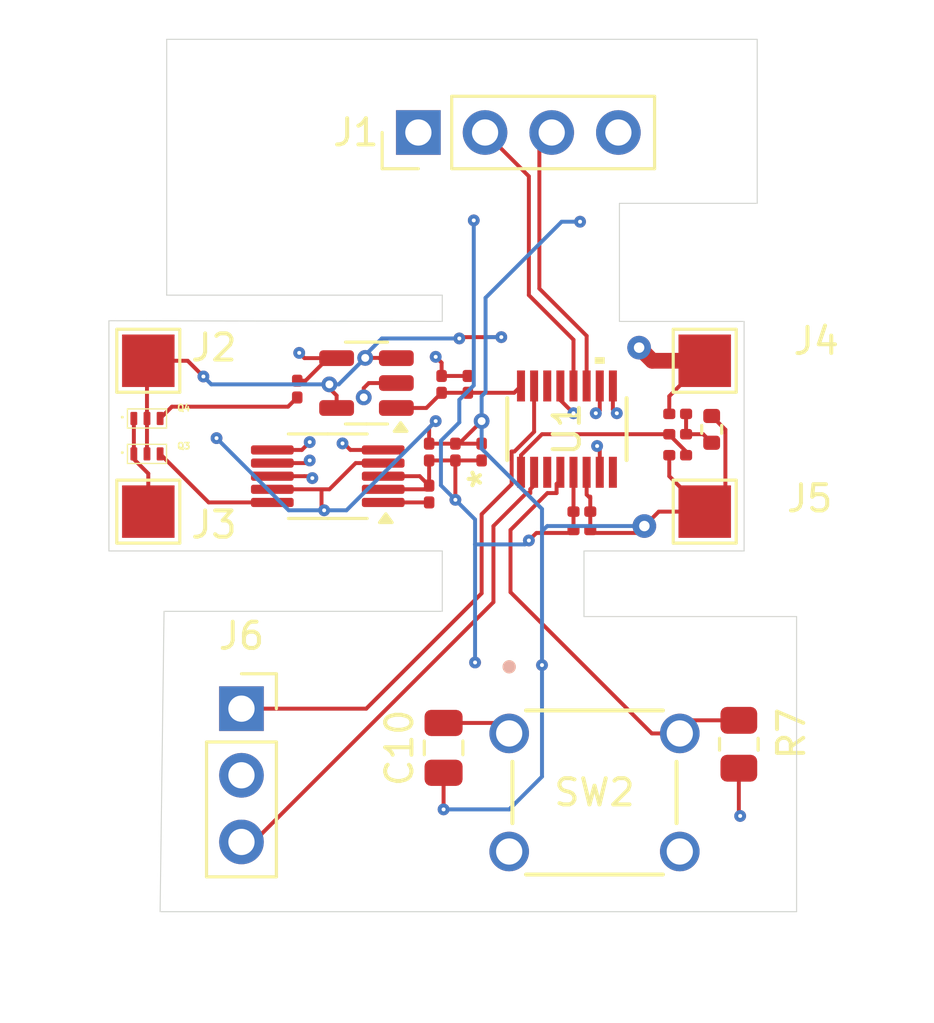
<source format=kicad_pcb>
(kicad_pcb (version 20241229) (generator "pcbnew") (generator_version "9.0")
  (layers (0 "F.Cu" signal "Front") (4 "In1.Cu" signal) (6 "In2.Cu" signal) (2 "B.Cu" signal "Back") (13 "F.Paste" user) (15 "B.Paste" user) (5 "F.SilkS" user "F.Silkscreen") (7 "B.SilkS" user "B.Silkscreen") (1 "F.Mask" user) (3 "B.Mask" user) (25 "Edge.Cuts" user))
  (net 0 "")
  (net 1 "Vss")
  (net 2 "Vdd")
  (net 3 "Net-(U2-COMP)")
  (net 4 "Temp Read")
  (net 5 "Net-(U3--)")
  (net 6 "Strain Read")
  (net 7 "Net-(C10-Pad2)")
  (net 8 "SWDIO")
  (net 9 "SWCLK")
  (net 10 "MFC IN")
  (net 11 "A4")
  (net 12 "A5")
  (net 13 "A3")
  (net 14 "Net-(R1-Pad2)")
  (net 15 "Charge Amp In")
  (net 16 "NRST")
  (net 17 "FMout")
  (net 18 "SDATA")
  (net 19 "FSYNC")
  (net 20 "SCLK")
  (net 21 "24MHzClockOut")
  (net 22 "PA23")
  (net 23 "Beep")
  (net 24 "PA2")
  (footprint "Capacitor_SMD:C_0201_0603Metric" (layer "F.Cu") (at 104.32 70)
    (property "Reference" "C1" (hide yes))
    (property "Value" "10u")
    (pad "1" smd roundrect (at -0.32 0) (size 0.46 0.4) (layers "F.Cu" "F.Mask") (net 2 "Vdd"))
    (pad "2" smd roundrect (at 0.32 0) (size 0.46 0.4) (layers "F.Cu" "F.Mask") (net 1 "Vss"))
  )
  (footprint "CSD18541F5 - n channel mosfet:DFN149X73X35-3N" (layer "F.Cu") (at 87.75 66.45)
    (property "Reference" "Q4" (at 1.4 -0.4 0) (layer "F.SilkS") (effects (font (size 0.240296 0.240296))))
    (property "Value" "CSD18541F5")
    (fp_line (start -0.745 -0.365) (end -0.745 0.365) (stroke (width 0.05)) (layer "F.SilkS"))
    (fp_line (start -0.745 0.365) (end 0.745 0.365) (stroke (width 0.05)) (layer "F.SilkS"))
    (fp_line (start 0.745 -0.365) (end -0.745 -0.365) (stroke (width 0.05)) (layer "F.SilkS"))
    (fp_line (start 0.745 0.365) (end 0.745 -0.365) (stroke (width 0.05)) (layer "F.SilkS"))
    (fp_circle (center -0.94 -0.05) (end -0.908378 -0.05) (stroke (width 0.05)) (fill no) (layer "F.SilkS"))
    (pad "1" smd roundrect (at -0.5 0) (size 0.26 0.5) (layers "F.Cu") (roundrect_rratio 0.15) (net 10 "MFC IN"))
    (pad "2" smd roundrect (at 0 0) (size 0.26 0.5) (layers "F.Cu") (roundrect_rratio 0.15) (net 1 "Vss"))
    (pad "3" smd roundrect (at 0.5 0) (size 0.26 0.5) (layers "F.Cu") (roundrect_rratio 0.15) (net 15 "Charge Amp In"))
  )
  (footprint "Capacitor_SMD:C_0201_0603Metric" (layer "F.Cu") (at 107.97 67.85)
    (property "Reference" "C8" (hide yes))
    (property "Value" "10u")
    (pad "1" smd roundrect (at -0.32 0) (size 0.46 0.4) (layers "F.Cu" "F.Mask") (net 1 "Vss"))
    (pad "2" smd roundrect (at 0.32 0) (size 0.46 0.4) (layers "F.Cu" "F.Mask") (net 4 "Temp Read"))
  )
  (footprint "TestPoint:TestPoint_Pad_2.0x2.0mm" (layer "F.Cu") (at 87.8 64.25)
    (property "Reference" "J2" (at 2.5 -0.5 0) (layer "F.SilkS"))
    (property "Value" "MFC GND")
    (fp_line (start -1.2 -1.2) (end 1.2 -1.2) (stroke (width 0.12)) (layer "F.SilkS"))
    (fp_line (start -1.2 1.2) (end -1.2 -1.2) (stroke (width 0.12)) (layer "F.SilkS"))
    (fp_line (start 1.2 -1.2) (end 1.2 1.2) (stroke (width 0.12)) (layer "F.SilkS"))
    (fp_line (start 1.2 1.2) (end -1.2 1.2) (stroke (width 0.12)) (layer "F.SilkS"))
    (pad "1" smd rect (at 0 0) (size 2 2) (layers "F.Cu" "F.Mask") (net 1 "Vss"))
  )
  (footprint "Capacitor_SMD:C_0201_0603Metric" (layer "F.Cu") (at 104.32 70.7)
    (property "Reference" "C2" (hide yes))
    (property "Value" "0.1u")
    (pad "1" smd roundrect (at -0.32 0) (size 0.46 0.4) (layers "F.Cu" "F.Mask") (net 2 "Vdd"))
    (pad "2" smd roundrect (at 0.32 0) (size 0.46 0.4) (layers "F.Cu" "F.Mask") (net 1 "Vss"))
  )
  (footprint "Resistor_SMD:R_0201_0603Metric" (layer "F.Cu") (at 107.97 67.05)
    (property "Reference" "R2" (hide yes))
    (property "Value" "10k")
    (pad "1" smd roundrect (at -0.32 0) (size 0.46 0.4) (layers "F.Cu" "F.Mask") (net 4 "Temp Read"))
    (pad "2" smd roundrect (at 0.32 0) (size 0.46 0.4) (layers "F.Cu" "F.Mask") (net 14 "Net-(R1-Pad2)"))
  )
  (footprint "TestPoint:TestPoint_Pad_2.0x2.0mm" (layer "F.Cu") (at 109 70)
    (property "Reference" "J5" (at 4 -0.5 0) (layer "F.SilkS"))
    (property "Value" "Power In (gnd)")
    (fp_line (start -1.2 -1.2) (end 1.2 -1.2) (stroke (width 0.12)) (layer "F.SilkS"))
    (fp_line (start -1.2 1.2) (end -1.2 -1.2) (stroke (width 0.12)) (layer "F.SilkS"))
    (fp_line (start 1.2 -1.2) (end 1.2 1.2) (stroke (width 0.12)) (layer "F.SilkS"))
    (fp_line (start 1.2 1.2) (end -1.2 1.2) (stroke (width 0.12)) (layer "F.SilkS"))
    (pad "1" smd rect (at 0 0) (size 2 2) (layers "F.Cu" "F.Mask") (net 1 "Vss"))
  )
  (footprint "Capacitor_SMD:C_0201_0603Metric" (layer "F.Cu") (at 99.5 67.73 -90)
    (property "Reference" "C6" (hide yes))
    (property "Value" "10u")
    (pad "1" smd roundrect (at -0.32 0 270) (size 0.46 0.4) (layers "F.Cu" "F.Mask") (net 1 "Vss"))
    (pad "2" smd roundrect (at 0.32 0 270) (size 0.46 0.4) (layers "F.Cu" "F.Mask") (net 2 "Vdd"))
  )
  (footprint "TestPoint:TestPoint_Pad_2.0x2.0mm" (layer "F.Cu") (at 109 64.25)
    (property "Reference" "J4" (at 4.25 -0.75 0) (layer "F.SilkS"))
    (property "Value" "Power In (v+)")
    (fp_line (start -1.2 -1.2) (end 1.2 -1.2) (stroke (width 0.12)) (layer "F.SilkS"))
    (fp_line (start -1.2 1.2) (end -1.2 -1.2) (stroke (width 0.12)) (layer "F.SilkS"))
    (fp_line (start 1.2 -1.2) (end 1.2 1.2) (stroke (width 0.12)) (layer "F.SilkS"))
    (fp_line (start 1.2 1.2) (end -1.2 1.2) (stroke (width 0.12)) (layer "F.SilkS"))
    (pad "1" smd rect (at 0 0) (size 2 2) (layers "F.Cu" "F.Mask") (net 2 "Vdd"))
  )
  (footprint "CSD18541F5 - n channel mosfet:DFN149X73X35-3N" (layer "F.Cu") (at 87.75 67.8)
    (property "Reference" "Q3" (at 1.4 -0.3 0) (layer "F.SilkS") (effects (font (size 0.240296 0.240296))))
    (property "Value" "CSD18541F5")
    (fp_line (start -0.745 -0.365) (end -0.745 0.365) (stroke (width 0.05)) (layer "F.SilkS"))
    (fp_line (start -0.745 0.365) (end 0.745 0.365) (stroke (width 0.05)) (layer "F.SilkS"))
    (fp_line (start 0.745 -0.365) (end -0.745 -0.365) (stroke (width 0.05)) (layer "F.SilkS"))
    (fp_line (start 0.745 0.365) (end 0.745 -0.365) (stroke (width 0.05)) (layer "F.SilkS"))
    (fp_circle (center -0.94 -0.05) (end -0.908378 -0.05) (stroke (width 0.05)) (fill no) (layer "F.SilkS"))
    (pad "1" smd roundrect (at -0.5 0) (size 0.26 0.5) (layers "F.Cu") (roundrect_rratio 0.15) (net 10 "MFC IN"))
    (pad "2" smd roundrect (at 0 0) (size 0.26 0.5) (layers "F.Cu") (roundrect_rratio 0.15) (net 1 "Vss"))
    (pad "3" smd roundrect (at 0.5 0) (size 0.26 0.5) (layers "F.Cu") (roundrect_rratio 0.15) (net 17 "FMout"))
  )
  (footprint "Resistor_SMD:R_0201_0603Metric" (layer "F.Cu") (at 98.975 65.15 -90)
    (property "Reference" "R4" (hide yes))
    (property "Value" "250M")
    (pad "1" smd roundrect (at -0.32 0 270) (size 0.46 0.4) (layers "F.Cu" "F.Mask") (net 5 "Net-(U3--)"))
    (pad "2" smd roundrect (at 0.32 0 270) (size 0.46 0.4) (layers "F.Cu" "F.Mask") (net 6 "Strain Read"))
  )
  (footprint "Resistor_SMD:R_0402_1005Metric" (layer "F.Cu") (at 109.265 66.865 -90)
    (property "Reference" "TH1" (hide yes))
    (property "Value" "100k")
    (fp_line (start -0.153641 0.38) (end 0.153641 0.38) (stroke (width 0.12)) (layer "F.SilkS"))
    (fp_line (start -0.153641 -0.38) (end 0.153641 -0.38) (stroke (width 0.12)) (layer "F.SilkS"))
    (pad "1" smd roundrect (at -0.51 0 270) (size 0.54 0.64) (layers "F.Cu" "F.Mask" "F.Paste") (net 1 "Vss"))
    (pad "2" smd roundrect (at 0.51 0 270) (size 0.54 0.64) (layers "F.Cu" "F.Mask" "F.Paste") (net 14 "Net-(R1-Pad2)"))
  )
  (footprint "Package_TO_SOT_SMD:SOT-23-5" (layer "F.Cu") (at 96.1125 65.1 180)
    (property "Reference" "U3" (hide yes))
    (property "Value" "MCP6L01Rx-xOT")
    (fp_line (start 0 1.56) (end 0.8 1.56) (stroke (width 0.12)) (layer "F.SilkS"))
    (fp_line (start 0 1.56) (end -0.8 1.56) (stroke (width 0.12)) (layer "F.SilkS"))
    (fp_line (start 0 -1.56) (end 0.8 -1.56) (stroke (width 0.12)) (layer "F.SilkS"))
    (fp_line (start 0 -1.56) (end -0.8 -1.56) (stroke (width 0.12)) (layer "F.SilkS"))
    (fp_poly (pts (xy -1.3 -1.51) (xy -1.54 -1.84) (xy -1.06 -1.84)) (stroke (width 0.12)) (fill yes) (layer "F.SilkS"))
    (pad "1" smd roundrect (at -1.1375 -0.95 180) (size 1.325 0.6) (layers "F.Cu" "F.Mask" "F.Paste") (net 6 "Strain Read"))
    (pad "2" smd roundrect (at -1.1375 0 180) (size 1.325 0.6) (layers "F.Cu" "F.Mask" "F.Paste") (net 2 "Vdd"))
    (pad "3" smd roundrect (at -1.1375 0.95 180) (size 1.325 0.6) (layers "F.Cu" "F.Mask" "F.Paste") (net 1 "Vss"))
    (pad "4" smd roundrect (at 1.1375 0.95 180) (size 1.325 0.6) (layers "F.Cu" "F.Mask" "F.Paste") (net 5 "Net-(U3--)"))
    (pad "5" smd roundrect (at 1.1375 -0.95 180) (size 1.325 0.6) (layers "F.Cu" "F.Mask" "F.Paste") (net 1 "Vss"))
  )
  (footprint "Capacitor_SMD:C_0201_0603Metric" (layer "F.Cu") (at 100.5 67.73 -90)
    (property "Reference" "C5" (hide yes))
    (property "Value" "100n")
    (pad "1" smd roundrect (at -0.32 0 270) (size 0.46 0.4) (layers "F.Cu" "F.Mask") (net 1 "Vss"))
    (pad "2" smd roundrect (at 0.32 0 270) (size 0.46 0.4) (layers "F.Cu" "F.Mask") (net 2 "Vdd"))
  )
  (footprint "Connector_PinHeader_2.54mm:PinHeader_1x04_P2.54mm_Vertical" (layer "F.Cu") (at 98.09 55.55 90)
    (property "Reference" "J1" (at 0 -2.38 0) (layer "F.SilkS"))
    (property "Value" "SWD")
    (fp_line (start -1.38 -1.38) (end 0 -1.38) (stroke (width 0.12)) (layer "F.SilkS"))
    (fp_line (start -1.38 0) (end -1.38 -1.38) (stroke (width 0.12)) (layer "F.SilkS"))
    (fp_line (start 1.38 1.27) (end 1.38 9) (stroke (width 0.12)) (layer "F.SilkS"))
    (fp_line (start -1.38 1.27) (end 1.38 1.27) (stroke (width 0.12)) (layer "F.SilkS"))
    (fp_line (start -1.38 1.27) (end -1.38 9) (stroke (width 0.12)) (layer "F.SilkS"))
    (fp_line (start -1.38 9) (end 1.38 9) (stroke (width 0.12)) (layer "F.SilkS"))
    (pad "1" thru_hole rect (at 0 0 90) (size 1.7 1.7) (drill 1) (layers "*.Cu" "*.Mask") (net 2 "Vdd"))
    (pad "2" thru_hole circle (at 0 2.54 90) (size 1.7 1.7) (drill 1) (layers "*.Cu" "*.Mask") (net 9 "SWCLK"))
    (pad "3" thru_hole circle (at 0 5.08 90) (size 1.7 1.7) (drill 1) (layers "*.Cu" "*.Mask") (net 8 "SWDIO"))
    (pad "4" thru_hole circle (at 0 7.62 90) (size 1.7 1.7) (drill 1) (layers "*.Cu" "*.Mask") (net 1 "Vss"))
  )
  (footprint "Capacitor_SMD:C_0201_0603Metric" (layer "F.Cu") (at 99.975 65.15 -90)
    (property "Reference" "C9" (hide yes))
    (property "Value" "125p")
    (pad "1" smd roundrect (at -0.32 0 270) (size 0.46 0.4) (layers "F.Cu" "F.Mask") (net 5 "Net-(U3--)"))
    (pad "2" smd roundrect (at 0.32 0 270) (size 0.46 0.4) (layers "F.Cu" "F.Mask") (net 6 "Strain Read"))
  )
  (footprint "Resistor_SMD:R_0201_0603Metric" (layer "F.Cu") (at 107.97 66.275)
    (property "Reference" "R1" (hide yes))
    (property "Value" "4.7k")
    (pad "1" smd roundrect (at -0.32 0) (size 0.46 0.4) (layers "F.Cu" "F.Mask") (net 2 "Vdd"))
    (pad "2" smd roundrect (at 0.32 0) (size 0.46 0.4) (layers "F.Cu" "F.Mask") (net 14 "Net-(R1-Pad2)"))
  )
  (footprint "Connector_PinSocket_2.54mm:PinSocket_1x03_P2.54mm_Vertical" (layer "F.Cu") (at 91.35 77.51)
    (property "Reference" "J6" (at 0 -2.77 0) (layer "F.SilkS"))
    (property "Value" "Analog Debugging")
    (fp_line (start -1.33 1.27) (end -1.33 6.41) (stroke (width 0.12)) (layer "F.SilkS"))
    (fp_line (start -1.33 1.27) (end 1.33 1.27) (stroke (width 0.12)) (layer "F.SilkS"))
    (fp_line (start -1.33 6.41) (end 1.33 6.41) (stroke (width 0.12)) (layer "F.SilkS"))
    (fp_line (start 0 -1.33) (end 1.33 -1.33) (stroke (width 0.12)) (layer "F.SilkS"))
    (fp_line (start 1.33 -1.33) (end 1.33 0) (stroke (width 0.12)) (layer "F.SilkS"))
    (fp_line (start 1.33 1.27) (end 1.33 6.41) (stroke (width 0.12)) (layer "F.SilkS"))
    (pad "1" thru_hole rect (at 0 0) (size 1.7 1.7) (drill 1) (layers "*.Cu" "*.Mask") (net 13 "A3"))
    (pad "2" thru_hole circle (at 0 2.54) (size 1.7 1.7) (drill 1) (layers "*.Cu" "*.Mask") (net 11 "A4"))
    (pad "3" thru_hole circle (at 0 5.08) (size 1.7 1.7) (drill 1) (layers "*.Cu" "*.Mask") (net 12 "A5"))
  )
  (footprint "Package_SO:MSOP-10_3x3mm_P0.5mm" (layer "F.Cu") (at 94.6375 68.65 180)
    (property "Reference" "U2" (hide yes))
    (property "Value" "AD9833xRM")
    (fp_line (start 0 1.61) (end 1.5 1.61) (stroke (width 0.12)) (layer "F.SilkS"))
    (fp_line (start 0 1.61) (end -1.5 1.61) (stroke (width 0.12)) (layer "F.SilkS"))
    (fp_line (start 0 -1.61) (end 1.5 -1.61) (stroke (width 0.12)) (layer "F.SilkS"))
    (fp_line (start 0 -1.61) (end -1.5 -1.61) (stroke (width 0.12)) (layer "F.SilkS"))
    (fp_poly (pts (xy -2.2125 -1.435) (xy -2.4525 -1.765) (xy -1.9725 -1.765)) (stroke (width 0.12)) (fill yes) (layer "F.SilkS"))
    (pad "1" smd roundrect (at -2.1125 -1 180) (size 1.625 0.35) (layers "F.Cu" "F.Mask" "F.Paste") (net 3 "Net-(U2-COMP)"))
    (pad "2" smd roundrect (at -2.1125 -0.5 180) (size 1.625 0.35) (layers "F.Cu" "F.Mask" "F.Paste") (net 2 "Vdd"))
    (pad "3" smd roundrect (at -2.1125 0 180) (size 1.625 0.35) (layers "F.Cu" "F.Mask" "F.Paste") (net 2 "Vdd"))
    (pad "4" smd roundrect (at -2.1125 0.5 180) (size 1.625 0.35) (layers "F.Cu" "F.Mask" "F.Paste") (net 1 "Vss"))
    (pad "5" smd roundrect (at -2.1125 1 180) (size 1.625 0.35) (layers "F.Cu" "F.Mask" "F.Paste") (net 21 "24MHzClockOut"))
    (pad "6" smd roundrect (at 2.1125 1 180) (size 1.625 0.35) (layers "F.Cu" "F.Mask" "F.Paste") (net 18 "SDATA"))
    (pad "7" smd roundrect (at 2.1125 0.5 180) (size 1.625 0.35) (layers "F.Cu" "F.Mask" "F.Paste") (net 20 "SCLK"))
    (pad "8" smd roundrect (at 2.1125 0 180) (size 1.625 0.35) (layers "F.Cu" "F.Mask" "F.Paste") (net 19 "FSYNC"))
    (pad "9" smd roundrect (at 2.1125 -0.5 180) (size 1.625 0.35) (layers "F.Cu" "F.Mask" "F.Paste") (net 1 "Vss"))
    (pad "10" smd roundrect (at 2.1125 -1 180) (size 1.625 0.35) (layers "F.Cu" "F.Mask" "F.Paste") (net 17 "FMout"))
  )
  (footprint "button:SW_B3F-1000_OMR" (layer "F.Cu") (at 101.549999 78.4549)
    (property "Reference" "SW2" (at 3.250001 2.250001 0) (layer "F.SilkS"))
    (property "Value" "Reset")
    (fp_line (start 0.122999 1.079756) (end 0.122999 3.420245) (stroke (width 0.1524)) (layer "F.SilkS"))
    (fp_line (start 0.641772 5.377002) (end 5.85823 5.377002) (stroke (width 0.1524)) (layer "F.SilkS"))
    (fp_line (start 5.85823 -0.877001) (end 0.641772 -0.877001) (stroke (width 0.1524)) (layer "F.SilkS"))
    (fp_line (start 6.377003 3.420245) (end 6.377003 1.079756) (stroke (width 0.1524)) (layer "F.SilkS"))
    (fp_circle (center 0 -2.54) (end 0.127 -2.54) (stroke (width 0.254)) (fill no) (layer "F.SilkS"))
    (fp_circle (center 0 -2.54) (end 0.127 -2.54) (stroke (width 0.254)) (fill no) (layer "B.SilkS"))
    (pad "1" thru_hole circle (at 0 0) (size 1.507998 1.507998) (drill 0.999998) (layers "*.Cu" "*.Mask") (net 7 "Net-(C10-Pad2)"))
    (pad "2" thru_hole circle (at 6.500002 0) (size 1.507998 1.507998) (drill 0.999998) (layers "*.Cu" "*.Mask") (net 16 "NRST"))
    (pad "3" thru_hole circle (at 0 4.500001) (size 1.507998 1.507998) (drill 0.999998) (layers "*.Cu" "*.Mask"))
    (pad "4" thru_hole circle (at 6.500002 4.500001) (size 1.507998 1.507998) (drill 0.999998) (layers "*.Cu" "*.Mask"))
  )
  (footprint "Resistor_SMD:R_0805_2012Metric" (layer "F.Cu") (at 110.299999 78.8674 90)
    (property "Reference" "R7" (at 0.4125 2 90) (layer "F.SilkS"))
    (property "Value" "47k")
    (fp_line (start -0.227064 -0.735) (end 0.227064 -0.735) (stroke (width 0.12)) (layer "F.SilkS"))
    (fp_line (start -0.227064 0.735) (end 0.227064 0.735) (stroke (width 0.12)) (layer "F.SilkS"))
    (pad "1" smd roundrect (at -0.9125 0 90) (size 1.025 1.4) (layers "F.Cu" "F.Mask" "F.Paste") (roundrect_rratio 0.243902) (net 2 "Vdd"))
    (pad "2" smd roundrect (at 0.9125 0 90) (size 1.025 1.4) (layers "F.Cu" "F.Mask" "F.Paste") (roundrect_rratio 0.243902) (net 16 "NRST"))
  )
  (footprint "Capacitor_SMD:C_0201_0603Metric" (layer "F.Cu") (at 98.5 67.73 90)
    (property "Reference" "C7" (hide yes))
    (property "Value" "100n")
    (pad "1" smd roundrect (at -0.32 0 90) (size 0.46 0.4) (layers "F.Cu" "F.Mask") (net 2 "Vdd"))
    (pad "2" smd roundrect (at 0.32 0 90) (size 0.46 0.4) (layers "F.Cu" "F.Mask") (net 1 "Vss"))
  )
  (footprint "Capacitor_SMD:C_0805_2012Metric" (layer "F.Cu") (at 99.049999 79.0049 90)
    (property "Reference" "C10" (at 0 -1.68 90) (layer "F.SilkS"))
    (property "Value" "10n")
    (fp_line (start -0.261252 -0.735) (end 0.261252 -0.735) (stroke (width 0.12)) (layer "F.SilkS"))
    (fp_line (start -0.261252 0.735) (end 0.261252 0.735) (stroke (width 0.12)) (layer "F.SilkS"))
    (pad "1" smd roundrect (at -0.95 0 90) (size 1 1.45) (layers "F.Cu" "F.Mask" "F.Paste") (net 1 "Vss"))
    (pad "2" smd roundrect (at 0.95 0 90) (size 1 1.45) (layers "F.Cu" "F.Mask" "F.Paste") (net 7 "Net-(C10-Pad2)"))
  )
  (footprint "Capacitor_SMD:C_0201_0603Metric" (layer "F.Cu") (at 98.5 69.33 90)
    (property "Reference" "C4" (hide yes))
    (property "Value" "10n")
    (pad "1" smd roundrect (at -0.32 0 90) (size 0.46 0.4) (layers "F.Cu" "F.Mask") (net 3 "Net-(U2-COMP)"))
    (pad "2" smd roundrect (at 0.32 0 90) (size 0.46 0.4) (layers "F.Cu" "F.Mask") (net 2 "Vdd"))
  )
  (footprint "TestPoint:TestPoint_Pad_2.0x2.0mm" (layer "F.Cu") (at 87.8 70)
    (property "Reference" "J3" (at 2.5 0.5 0) (layer "F.SilkS"))
    (property "Value" "MFC V+")
    (fp_line (start -1.2 -1.2) (end 1.2 -1.2) (stroke (width 0.12)) (layer "F.SilkS"))
    (fp_line (start -1.2 1.2) (end -1.2 -1.2) (stroke (width 0.12)) (layer "F.SilkS"))
    (fp_line (start 1.2 -1.2) (end 1.2 1.2) (stroke (width 0.12)) (layer "F.SilkS"))
    (fp_line (start 1.2 1.2) (end -1.2 1.2) (stroke (width 0.12)) (layer "F.SilkS"))
    (pad "1" smd rect (at 0 0) (size 2 2) (layers "F.Cu" "F.Mask") (net 10 "MFC IN"))
  )
  (footprint "Resistor_SMD:R_0201_0603Metric" (layer "F.Cu") (at 93.475 65.33 90)
    (property "Reference" "R3" (hide yes))
    (property "Value" "33k")
    (pad "1" smd roundrect (at -0.32 0 90) (size 0.46 0.4) (layers "F.Cu" "F.Mask") (net 15 "Charge Amp In"))
    (pad "2" smd roundrect (at 0.32 0 90) (size 0.46 0.4) (layers "F.Cu" "F.Mask") (net 5 "Net-(U3--)"))
  )
  (footprint "footprints:SOT-23-THIN16_DYY_TEX-M" (layer "F.Cu") (at 103.750063 66.85535 90)
    (property "Reference" "U1" (at 0 0 90) (layer "F.SilkS"))
    (property "Value" "XMSM0C1104SDYYR")
    (fp_line (start 1.1811 -2.2733) (end -1.1811 -2.2733) (stroke (width 0.1524)) (layer "F.SilkS"))
    (fp_line (start -1.1811 2.2733) (end 1.1811 2.2733) (stroke (width 0.1524)) (layer "F.SilkS"))
    (fp_poly (pts (xy 2.7432 1.059815) (xy 2.7432 1.440815) (xy 2.4892 1.440815) (xy 2.4892 1.059815)) (fill yes) (layer "F.SilkS"))
    (fp_text user "*" (at -1.89865 -3.198241 90) (layer "F.SilkS"))
    (fp_text user "*" (at -1.89865 -3.198241 90) (layer "F.SilkS"))
    (pad "1" smd rect (at -1.64465 -1.750441 90) (size 1.1811 0.3048) (layers "F.Cu" "F.Mask" "F.Paste") (net 4 "Temp Read"))
    (pad "2" smd rect (at -1.64465 -1.250315 90) (size 1.1811 0.3048) (layers "F.Cu" "F.Mask" "F.Paste") (net 12 "A5"))
    (pad "3" smd rect (at -1.64465 -0.750189 90) (size 1.1811 0.3048) (layers "F.Cu" "F.Mask" "F.Paste") (net 23 "Beep"))
    (pad "4" smd rect (at -1.64465 -0.250063 90) (size 1.1811 0.3048) (layers "F.Cu" "F.Mask" "F.Paste") (net 16 "NRST"))
    (pad "5" smd rect (at -1.64465 0.250063 90) (size 1.1811 0.3048) (layers "F.Cu" "F.Mask" "F.Paste") (net 2 "Vdd"))
    (pad "6" smd rect (at -1.64465 0.750189 90) (size 1.1811 0.3048) (layers "F.Cu" "F.Mask" "F.Paste") (net 1 "Vss"))
    (pad "7" smd rect (at -1.64465 1.250315 90) (size 1.1811 0.3048) (layers "F.Cu" "F.Mask" "F.Paste") (net 19 "FSYNC"))
    (pad "8" smd rect (at -1.64465 1.750441 90) (size 1.1811 0.3048) (layers "F.Cu" "F.Mask" "F.Paste") (net 24 "PA2"))
    (pad "9" smd rect (at 1.64465 1.750441 90) (size 1.1811 0.3048) (layers "F.Cu" "F.Mask" "F.Paste") (net 20 "SCLK"))
    (pad "10" smd rect (at 1.64465 1.250315 90) (size 1.1811 0.3048) (layers "F.Cu" "F.Mask" "F.Paste") (net 18 "SDATA"))
    (pad "11" smd rect (at 1.64465 0.750189 90) (size 1.1811 0.3048) (layers "F.Cu" "F.Mask" "F.Paste") (net 8 "SWDIO"))
    (pad "12" smd rect (at 1.64465 0.250063 90) (size 1.1811 0.3048) (layers "F.Cu" "F.Mask" "F.Paste") (net 9 "SWCLK"))
    (pad "13" smd rect (at 1.64465 -0.250063 90) (size 1.1811 0.3048) (layers "F.Cu" "F.Mask" "F.Paste") (net 21 "24MHzClockOut"))
    (pad "14" smd rect (at 1.64465 -0.750189 90) (size 1.1811 0.3048) (layers "F.Cu" "F.Mask" "F.Paste") (net 22 "PA23"))
    (pad "15" smd rect (at 1.64465 -1.250315 90) (size 1.1811 0.3048) (layers "F.Cu" "F.Mask" "F.Paste") (net 13 "A3"))
    (pad "16" smd rect (at 1.64465 -1.750441 90) (size 1.1811 0.3048) (layers "F.Cu" "F.Mask" "F.Paste") (net 6 "Strain Read"))
  )
  (gr_line (start 88.5 61.75) (end 88.5 52) (stroke (width 0.0381)) (layer "Edge.Cuts"))
  (gr_line (start 86.3 62.725) (end 99 62.75) (stroke (width 0.0381)) (layer "Edge.Cuts"))
  (gr_line (start 99 73.8) (end 88.4 73.8) (stroke (width 0.0381)) (layer "Edge.Cuts"))
  (gr_line (start 110.5 62.75) (end 110.5 71.5) (stroke (width 0.0381)) (layer "Edge.Cuts"))
  (gr_line (start 105.75 62.75) (end 110.5 62.75) (stroke (width 0.0381)) (layer "Edge.Cuts"))
  (gr_line (start 88.5 52) (end 111 52) (stroke (width 0.0381)) (layer "Edge.Cuts"))
  (gr_line (start 112.5 85.25) (end 112.5 74) (stroke (width 0.0381)) (layer "Edge.Cuts"))
  (gr_line (start 104.4 71.5) (end 110.5 71.5) (stroke (width 0.0381)) (layer "Edge.Cuts"))
  (gr_line (start 86.3 71.5) (end 99 71.5) (stroke (width 0.0381)) (layer "Edge.Cuts"))
  (gr_line (start 112.5 74) (end 104.4 74) (stroke (width 0.0381)) (layer "Edge.Cuts"))
  (gr_line (start 88.25 85.25) (end 112.5 85.25) (stroke (width 0.0381)) (layer "Edge.Cuts"))
  (gr_line (start 99 61.75) (end 88.5 61.75) (stroke (width 0.0381)) (layer "Edge.Cuts"))
  (gr_line (start 111 52) (end 111 58.25) (stroke (width 0.0381)) (layer "Edge.Cuts"))
  (gr_line (start 105.75 58.25) (end 105.75 62.75) (stroke (width 0.0381)) (layer "Edge.Cuts"))
  (gr_line (start 99 62.75) (end 99 61.75) (stroke (width 0.0381)) (layer "Edge.Cuts"))
  (gr_line (start 104.4 74) (end 104.4 71.5) (stroke (width 0.0381)) (layer "Edge.Cuts"))
  (gr_line (start 99 71.5) (end 99 73.8) (stroke (width 0.0381)) (layer "Edge.Cuts"))
  (gr_line (start 88.4 73.8) (end 88.25 85.25) (stroke (width 0.0381)) (layer "Edge.Cuts"))
  (gr_line (start 111 58.25) (end 105.75 58.25) (stroke (width 0.0381)) (layer "Edge.Cuts"))
  (gr_line (start 86.3 71.5) (end 86.3 62.725) (stroke (width 0.0381)) (layer "Edge.Cuts"))
  (segment (start 87.8 64.25) (end 89.3 64.25) (width 0.15) (layer "F.Cu") (net 1))
  (segment (start 96.591483 64.141483) (end 96.6 64.15) (width 0.15) (layer "F.Cu") (net 1))
  (segment (start 98.5 67.41) (end 98.5 66.8) (width 0.15) (layer "F.Cu") (net 1))
  (segment (start 104.500252 68.5) (end 104.500252 69.349748) (width 0.15) (layer "F.Cu") (net 1))
  (segment (start 99.7 63.35) (end 99.65 63.4) (width 0.15) (layer "F.Cu") (net 1))
  (segment (start 104.5 69.35) (end 104.640126 69.490126) (width 0.15) (layer "F.Cu") (net 1))
  (segment (start 106.436466 70.813534) (end 106.7 70.55) (width 0.15) (layer "F.Cu") (net 1))
  (segment (start 104.64 69.426592) (end 104.64 70) (width 0.15) (layer "F.Cu") (net 1))
  (segment (start 98.5 67.41) (end 99.5 67.41) (width 0.15) (layer "F.Cu") (net 1))
  (segment (start 94.4 69.15) (end 92.525 69.15) (width 0.15) (layer "F.Cu") (net 1))
  (segment (start 94.7 65.15) (end 94.7 65.3) (width 0.15) (layer "F.Cu") (net 1))
  (segment (start 104.640126 70.813534) (end 104.640126 70.063534) (width 0.15) (layer "F.Cu") (net 1))
  (segment (start 99.049999 79.9549) (end 99.05 81.35) (width 0.15) (layer "F.Cu") (net 1))
  (segment (start 96.75 68.15) (end 95.7 68.15) (width 0.15) (layer "F.Cu") (net 1))
  (segment (start 97.25 64.2) (end 97.25 64.15) (width 0.15) (layer "F.Cu") (net 1))
  (segment (start 104.500252 69.349748) (end 104.5 69.35) (width 0.15) (layer "F.Cu") (net 1))
  (segment (start 94.7 69.15) (end 94.4 69.15) (width 0.15) (layer "F.Cu") (net 1))
  (segment (start 97.2 64.15) (end 97.25 64.2) (width 0.15) (layer "F.Cu") (net 1))
  (segment (start 87.75 67.8) (end 87.75 66.45) (width 0.15) (layer "F.Cu") (net 1))
  (segment (start 99.64 67.41) (end 100.5 66.55) (width 0.15) (layer "F.Cu") (net 1))
  (segment (start 94.4 69.85) (end 94.5 69.95) (width 0.15) (layer "F.Cu") (net 1))
  (segment (start 109 70) (end 107.25 70) (width 0.15) (layer "F.Cu") (net 1))
  (segment (start 107.65 67.85) (end 107.65 68.65) (width 0.15) (layer "F.Cu") (net 1))
  (segment (start 104.640126 70.813534) (end 106.436466 70.813534) (width 0.15) (layer "F.Cu") (net 1))
  (segment (start 109.265 66.355) (end 109.788 66.878) (width 0.15) (layer "F.Cu") (net 1))
  (segment (start 99.5 67.41) (end 100.5 67.41) (width 0.15) (layer "F.Cu") (net 1))
  (segment (start 94.975 65.575) (end 94.975 66.05) (width 0.15) (layer "F.Cu") (net 1))
  (segment (start 99.5 67.41) (end 99.64 67.41) (width 0.15) (layer "F.Cu") (net 1))
  (segment (start 95.7 68.15) (end 94.7 69.15) (width 0.15) (layer "F.Cu") (net 1))
  (segment (start 96.6 64.15) (end 97.2 64.15) (width 0.15) (layer "F.Cu") (net 1))
  (segment (start 87.75 66.45) (end 87.75 64.3) (width 0.15) (layer "F.Cu") (net 1))
  (segment (start 107.25 70) (end 106.7 70.55) (width 0.15) (layer "F.Cu") (net 1))
  (segment (start 98.5 66.8) (end 98.75 66.55) (width 0.15) (layer "F.Cu") (net 1))
  (segment (start 87.75 64.3) (end 87.8 64.25) (width 0.15) (layer "F.Cu") (net 1))
  (segment (start 107.65 68.65) (end 109 70) (width 0.15) (layer "F.Cu") (net 1))
  (segment (start 94.7 65.3) (end 94.975 65.575) (width 0.15) (layer "F.Cu") (net 1))
  (segment (start 109.788 66.878) (end 109.788 69.212) (width 0.15) (layer "F.Cu") (net 1))
  (segment (start 96.0645 64.141483) (end 96.591483 64.141483) (width 0.15) (layer "F.Cu") (net 1))
  (segment (start 109.788 69.212) (end 109 70) (width 0.15) (layer "F.Cu") (net 1))
  (segment (start 94.4 69.15) (end 94.4 69.85) (width 0.15) (layer "F.Cu") (net 1))
  (segment (start 101.25 63.35) (end 99.7 63.35) (width 0.15) (layer "F.Cu") (net 1))
  (segment (start 89.3 64.25) (end 89.9 64.85) (width 0.15) (layer "F.Cu") (net 1))
  (via (at 94.7 65.15) (size 0.6) (drill 0.3) (layers "F.Cu" "B.Cu") (net 1))
  (via (at 100.5 66.55) (size 0.6) (drill 0.3) (layers "F.Cu" "B.Cu") (net 1))
  (via (at 99.05 81.35) (size 0.45) (drill 0.15) (layers "F.Cu" "B.Cu") (net 1))
  (via (at 89.9 64.85) (size 0.45) (drill 0.15) (layers "F.Cu" "B.Cu") (net 1))
  (via (at 106.7 70.55) (size 0.9) (drill 0.4) (layers "F.Cu" "B.Cu") (net 1))
  (via (at 99.65 63.4) (size 0.45) (drill 0.15) (layers "F.Cu" "B.Cu") (net 1))
  (via (at 102.8 75.85) (size 0.45) (drill 0.15) (layers "F.Cu" "B.Cu") (net 1))
  (via (at 96.0645 64.141483) (size 0.6) (drill 0.3) (layers "F.Cu" "B.Cu") (net 1))
  (via (at 90.4 67.2) (size 0.45) (drill 0.15) (layers "F.Cu" "B.Cu") (net 1))
  (via (at 101.25 63.35) (size 0.45) (drill 0.15) (layers "F.Cu" "B.Cu") (net 1))
  (via (at 104.25 58.95) (size 0.45) (drill 0.15) (layers "F.Cu" "B.Cu") (net 1))
  (via (at 98.75 66.55) (size 0.45) (drill 0.15) (layers "F.Cu" "B.Cu") (net 1))
  (via (at 94.5 69.95) (size 0.45) (drill 0.15) (layers "F.Cu" "B.Cu") (net 1))
  (segment (start 100.65 65.45) (end 100.65 63.35) (width 0.15) (layer "B.Cu") (net 1))
  (segment (start 102.8 69.9) (end 102.8 70.75) (width 0.15) (layer "B.Cu") (net 1))
  (segment (start 95.35 69.95) (end 94.5 69.95) (width 0.15) (layer "B.Cu") (net 1))
  (segment (start 96.0645 64.141483) (end 96.0645 64.0645) (width 0.15) (layer "B.Cu") (net 1))
  (segment (start 100.65 61.85) (end 100.65 63.35) (width 0.15) (layer "B.Cu") (net 1))
  (segment (start 95.055983 65.15) (end 96.0645 64.141483) (width 0.15) (layer "B.Cu") (net 1))
  (segment (start 100.5 67.6) (end 102.8 69.9) (width 0.15) (layer "B.Cu") (net 1))
  (segment (start 103.55 58.95) (end 100.65 61.85) (width 0.15) (layer "B.Cu") (net 1))
  (segment (start 98.75 66.55) (end 95.35 69.95) (width 0.15) (layer "B.Cu") (net 1))
  (segment (start 100.5 66.55) (end 100.5 65.6) (width 0.15) (layer "B.Cu") (net 1))
  (segment (start 104.25 58.95) (end 103.55 58.95) (width 0.15) (layer "B.Cu") (net 1))
  (segment (start 100.65 63.35) (end 101.25 63.35) (width 0.15) (layer "B.Cu") (net 1))
  (segment (start 102.8 70.75) (end 102.8 75.85) (width 0.15) (layer "B.Cu") (net 1))
  (segment (start 96.05 64.05) (end 96.7 63.4) (width 0.15) (layer "B.Cu") (net 1))
  (segment (start 100.5 66.55) (end 100.5 67.6) (width 0.15) (layer "B.Cu") (net 1))
  (segment (start 100.5 65.6) (end 100.65 65.45) (width 0.15) (layer "B.Cu") (net 1))
  (segment (start 101.55 81.35) (end 99.05 81.35) (width 0.15) (layer "B.Cu") (net 1))
  (segment (start 93.15 69.95) (end 90.4 67.2) (width 0.15) (layer "B.Cu") (net 1))
  (segment (start 102.8 80.1) (end 101.55 81.35) (width 0.15) (layer "B.Cu") (net 1))
  (segment (start 94.7 65.15) (end 90.2 65.15) (width 0.15) (layer "B.Cu") (net 1))
  (segment (start 90.2 65.15) (end 89.9 64.85) (width 0.15) (layer "B.Cu") (net 1))
  (segment (start 106.7 70.55) (end 103 70.55) (width 0.15) (layer "B.Cu") (net 1))
  (segment (start 94.5 69.95) (end 93.15 69.95) (width 0.15) (layer "B.Cu") (net 1))
  (segment (start 96.0645 64.0645) (end 96.05 64.05) (width 0.15) (layer "B.Cu") (net 1))
  (segment (start 96.7 63.4) (end 99.65 63.4) (width 0.15) (layer "B.Cu") (net 1))
  (segment (start 94.7 65.15) (end 95.055983 65.15) (width 0.15) (layer "B.Cu") (net 1))
  (segment (start 102.8 75.85) (end 102.8 80.1) (width 0.15) (layer "B.Cu") (net 1))
  (segment (start 103 70.55) (end 102.8 70.75) (width 0.15) (layer "B.Cu") (net 1))
  (segment (start 107.65 66.275) (end 107.65 65.6) (width 0.15) (layer "F.Cu") (net 2))
  (segment (start 96.008287 65.291713) (end 96.2 65.1) (width 0.15) (layer "F.Cu") (net 2))
  (segment (start 98.36 69.15) (end 98.5 69.01) (width 0.15) (layer "F.Cu") (net 2))
  (segment (start 104.000126 70.063534) (end 104 70.06366) (width 0.15) (layer "F.Cu") (net 2))
  (segment (start 110.299999 79.7799) (end 110.299999 81.549999) (width 0.15) (layer "F.Cu") (net 2))
  (segment (start 96.75 69.15) (end 98.36 69.15) (width 0.15) (layer "F.Cu") (net 2))
  (segment (start 98.5 68.05) (end 98.5 69.01) (width 0.15) (layer "F.Cu") (net 2))
  (segment (start 97.2 65.1) (end 97.15 65.15) (width 0.15) (layer "F.Cu") (net 2))
  (segment (start 104 70.813534) (end 102.586466 70.813534) (width 0.15) (layer "F.Cu") (net 2))
  (segment (start 104 68.436466) (end 104 70) (width 0.15) (layer "F.Cu") (net 2))
  (segment (start 98.5 68.05) (end 99.5 68.05) (width 0.15) (layer "F.Cu") (net 2))
  (segment (start 96.008287 65.645726) (end 96.008287 65.291713) (width 0.15) (layer "F.Cu") (net 2))
  (segment (start 104 70.06366) (end 104 70.813534) (width 0.15) (layer "F.Cu") (net 2))
  (segment (start 98.14 68.65) (end 98.5 69.01) (width 0.15) (layer "F.Cu") (net 2))
  (segment (start 100.5 68.05) (end 99.5 68.05) (width 0.15) (layer "F.Cu") (net 2))
  (segment (start 107.65 65.6) (end 109 64.25) (width 0.15) (layer "F.Cu") (net 2))
  (segment (start 110.299999 81.549999) (end 110.35 81.6) (width 0.15) (layer "F.Cu") (net 2))
  (segment (start 109 64.25) (end 107 64.25) (width 0.6) (layer "F.Cu") (net 2))
  (segment (start 107 64.25) (end 106.5 63.75) (width 0.6) (layer "F.Cu") (net 2))
  (segment (start 96.2 65.1) (end 97.25 65.1) (width 0.15) (layer "F.Cu") (net 2))
  (segment (start 97.25 65.1) (end 97.2 65.1) (width 0.15) (layer "F.Cu") (net 2))
  (segment (start 102.586466 70.813534) (end 102.3 71.1) (width 0.15) (layer "F.Cu") (net 2))
  (segment (start 96.75 68.65) (end 98.14 68.65) (width 0.15) (layer "F.Cu") (net 2))
  (segment (start 99.5 68.05) (end 99.5 69.55) (width 0.15) (layer "F.Cu") (net 2))
  (via (at 96.008287 65.645726) (size 0.6) (drill 0.3) (layers "F.Cu" "B.Cu") (net 2))
  (via (at 106.5 63.75) (size 0.9) (drill 0.4) (layers "F.Cu" "B.Cu") (net 2))
  (via (at 110.35 81.6) (size 0.45) (drill 0.15) (layers "F.Cu" "B.Cu") (net 2))
  (via (at 99.5 69.55) (size 0.45) (drill 0.15) (layers "F.Cu" "B.Cu") (net 2))
  (via (at 100.2 58.9) (size 0.45) (drill 0.15) (layers "F.Cu" "B.Cu") (net 2))
  (via (at 102.3 71.1) (size 0.45) (drill 0.15) (layers "F.Cu" "B.Cu") (net 2))
  (via (at 100.25 75.75) (size 0.45) (drill 0.15) (layers "F.Cu" "B.Cu") (net 2))
  (segment (start 102.3 71.1) (end 102.15 71.25) (width 0.15) (layer "B.Cu") (net 2))
  (segment (start 102.15 71.25) (end 100.25 71.25) (width 0.15) (layer "B.Cu") (net 2))
  (segment (start 98.95 67.3) (end 98.95 69) (width 0.15) (layer "B.Cu") (net 2))
  (segment (start 98.95 69) (end 99.5 69.55) (width 0.15) (layer "B.Cu") (net 2))
  (segment (start 100.25 71.25) (end 100.25 75.75) (width 0.15) (layer "B.Cu") (net 2))
  (segment (start 99.5 69.55) (end 100.25 70.3) (width 0.15) (layer "B.Cu") (net 2))
  (segment (start 100.2 65.18865) (end 99.65 65.73865) (width 0.15) (layer "B.Cu") (net 2))
  (segment (start 100.2 58.9) (end 100.2 65.18865) (width 0.15) (layer "B.Cu") (net 2))
  (segment (start 99.65 65.73865) (end 99.65 66.6) (width 0.15) (layer "B.Cu") (net 2))
  (segment (start 99.65 66.6) (end 98.95 67.3) (width 0.15) (layer "B.Cu") (net 2))
  (segment (start 100.25 70.3) (end 100.25 71.25) (width 0.15) (layer "B.Cu") (net 2))
  (segment (start 98.5 69.65) (end 96.75 69.65) (width 0.15) (layer "F.Cu") (net 3))
  (segment (start 107.65 67.071278) (end 107.65 67.05) (width 0.15) (layer "F.Cu") (net 4))
  (segment (start 108.29 67.85) (end 108.29 67.711278) (width 0.15) (layer "F.Cu") (net 4))
  (segment (start 108.29 67.711278) (end 107.65 67.071278) (width 0.15) (layer "F.Cu") (net 4))
  (segment (start 102 67.850798) (end 102.800798 67.05) (width 0.15) (layer "F.Cu") (net 4))
  (segment (start 102.800798 67.05) (end 107.65 67.05) (width 0.15) (layer "F.Cu") (net 4))
  (segment (start 102 68.55) (end 102 67.850798) (width 0.15) (layer "F.Cu") (net 4))
  (segment (start 101.999622 68.549622) (end 102 68.55) (width 0.15) (layer "F.Cu") (net 4))
  (segment (start 101.999622 68.5) (end 101.999622 68.549622) (width 0.15) (layer "F.Cu") (net 4))
  (segment (start 93.79 65.01) (end 93.475 65.01) (width 0.15) (layer "F.Cu") (net 5))
  (segment (start 94.65 64.15) (end 93.79 65.01) (width 0.15) (layer "F.Cu") (net 5))
  (segment (start 94.975 64.15) (end 93.75 64.15) (width 0.15) (layer "F.Cu") (net 5))
  (segment (start 94.975 64.15) (end 94.65 64.15) (width 0.15) (layer "F.Cu") (net 5))
  (segment (start 93.75 64.15) (end 93.55 63.95) (width 0.15) (layer "F.Cu") (net 5))
  (segment (start 98.975 64.325) (end 98.75 64.1) (width 0.15) (layer "F.Cu") (net 5))
  (segment (start 99.975 64.83) (end 98.975 64.83) (width 0.15) (layer "F.Cu") (net 5))
  (segment (start 98.975 64.83) (end 98.975 64.325) (width 0.15) (layer "F.Cu") (net 5))
  (via (at 93.55 63.95) (size 0.45) (drill 0.15) (layers "F.Cu" "B.Cu") (net 5))
  (via (at 98.75 64.1) (size 0.45) (drill 0.15) (layers "F.Cu" "B.Cu") (net 5))
  (segment (start 101.999622 65.2107) (end 101.740322 65.47) (width 0.15) (layer "F.Cu") (net 6))
  (segment (start 98.975 65.47) (end 99.975 65.47) (width 0.15) (layer "F.Cu") (net 6))
  (segment (start 98.975 65.47) (end 98.395 66.05) (width 0.15) (layer "F.Cu") (net 6))
  (segment (start 98.395 66.05) (end 97.25 66.05) (width 0.15) (layer "F.Cu") (net 6))
  (segment (start 101.740322 65.47) (end 99.975 65.47) (width 0.15) (layer "F.Cu") (net 6))
  (segment (start 101.149999 78.0549) (end 101.549999 78.4549) (width 0.15) (layer "F.Cu") (net 7))
  (segment (start 99.049999 78.0549) (end 101.149999 78.0549) (width 0.15) (layer "F.Cu") (net 7))
  (segment (start 104.500252 63.300251) (end 104.500252 65.2107) (width 0.15) (layer "F.Cu") (net 8))
  (segment (start 102.7 61.499999) (end 104.500252 63.300251) (width 0.15) (layer "F.Cu") (net 8))
  (segment (start 102.7 56.02) (end 102.7 61.499999) (width 0.15) (layer "F.Cu") (net 8))
  (segment (start 103.17 55.55) (end 102.7 56.02) (width 0.15) (layer "F.Cu") (net 8))
  (segment (start 104 63.45) (end 102.3 61.75) (width 0.15) (layer "F.Cu") (net 9))
  (segment (start 104.000126 65.2107) (end 104 65.210574) (width 0.15) (layer "F.Cu") (net 9))
  (segment (start 102.3 57.22) (end 100.63 55.55) (width 0.15) (layer "F.Cu") (net 9))
  (segment (start 104 65.210574) (end 104 63.45) (width 0.15) (layer "F.Cu") (net 9))
  (segment (start 102.3 61.75) (end 102.3 57.22) (width 0.15) (layer "F.Cu") (net 9))
  (segment (start 87.25 66.45) (end 87.25 67.8) (width 0.15) (layer "F.Cu") (net 10))
  (segment (start 87.25 67.8) (end 87.25 68) (width 0.15) (layer "F.Cu") (net 10))
  (segment (start 87.25 68) (end 87.8 68.55) (width 0.15) (layer "F.Cu") (net 10))
  (segment (start 87.8 68.55) (end 87.8 70) (width 0.15) (layer "F.Cu") (net 10))
  (segment (start 102.20645 69.29355) (end 100.95 70.55) (width 0.15) (layer "F.Cu") (net 12))
  (segment (start 102.355022 69.29355) (end 102.20645 69.29355) (width 0.15) (layer "F.Cu") (net 12))
  (segment (start 102.355022 69.144978) (end 102.355022 69.29355) (width 0.15) (layer "F.Cu") (net 12))
  (segment (start 102.499748 68.5) (end 102.499748 69.000252) (width 0.15) (layer "F.Cu") (net 12))
  (segment (start 91.81 82.59) (end 91.35 82.59) (width 0.15) (layer "F.Cu") (net 12))
  (segment (start 100.95 73.45) (end 91.81 82.59) (width 0.15) (layer "F.Cu") (net 12))
  (segment (start 100.95 70.55) (end 100.95 73.45) (width 0.15) (layer "F.Cu") (net 12))
  (segment (start 102.499748 69.000252) (end 102.355022 69.144978) (width 0.15) (layer "F.Cu") (net 12))
  (segment (start 101.644222 67.70645) (end 101.644222 68.955778) (width 0.15) (layer "F.Cu") (net 13))
  (segment (start 102.499748 65.2107) (end 102.499748 66.957898) (width 0.15) (layer "F.Cu") (net 13))
  (segment (start 100.5 73.114587) (end 96.104587 77.51) (width 0.15) (layer "F.Cu") (net 13))
  (segment (start 101.751197 67.70645) (end 101.644222 67.70645) (width 0.15) (layer "F.Cu") (net 13))
  (segment (start 101.644222 68.955778) (end 100.5 70.1) (width 0.15) (layer "F.Cu") (net 13))
  (segment (start 102.499748 66.957898) (end 101.751197 67.70645) (width 0.15) (layer "F.Cu") (net 13))
  (segment (start 96.104587 77.51) (end 91.35 77.51) (width 0.15) (layer "F.Cu") (net 13))
  (segment (start 100.5 70.1) (end 100.5 73.114587) (width 0.15) (layer "F.Cu") (net 13))
  (segment (start 108.94 67.05) (end 109.265 67.375) (width 0.15) (layer "F.Cu") (net 14))
  (segment (start 108.29 67.05) (end 108.94 67.05) (width 0.15) (layer "F.Cu") (net 14))
  (segment (start 108.29 66.275) (end 108.29 67.05) (width 0.15) (layer "F.Cu") (net 14))
  (segment (start 93.125 66) (end 93.475 65.65) (width 0.15) (layer "F.Cu") (net 15))
  (segment (start 88.25 66.45) (end 88.7 66) (width 0.15) (layer "F.Cu") (net 15))
  (segment (start 88.7 66) (end 93.125 66) (width 0.15) (layer "F.Cu") (net 15))
  (segment (start 106.983686 78.4549) (end 101.6 73.071214) (width 0.15) (layer "F.Cu") (net 16))
  (segment (start 103.355274 68.944726) (end 103.5 68.8) (width 0.15) (layer "F.Cu") (net 16))
  (segment (start 103.5 68.8) (end 103.5 68.5) (width 0.15) (layer "F.Cu") (net 16))
  (segment (start 101.6 73.071214) (end 101.6 70.7) (width 0.15) (layer "F.Cu") (net 16))
  (segment (start 108.050001 78.4549) (end 106.983686 78.4549) (width 0.15) (layer "F.Cu") (net 16))
  (segment (start 103.00645 69.29355) (end 103.355274 69.29355) (width 0.15) (layer "F.Cu") (net 16))
  (segment (start 101.6 70.7) (end 103.00645 69.29355) (width 0.15) (layer "F.Cu") (net 16))
  (segment (start 110.299999 77.9549) (end 108.550001 77.9549) (width 0.15) (layer "F.Cu") (net 16))
  (segment (start 108.550001 77.9549) (end 108.050001 78.4549) (width 0.15) (layer "F.Cu") (net 16))
  (segment (start 103.355274 69.29355) (end 103.355274 68.944726) (width 0.15) (layer "F.Cu") (net 16))
  (segment (start 88.25 67.8) (end 90.1 69.65) (width 0.15) (layer "F.Cu") (net 17))
  (segment (start 90.1 69.65) (end 92.525 69.65) (width 0.15) (layer "F.Cu") (net 17))
  (segment (start 105.000378 66.149622) (end 105.000378 65.2107) (width 0.15) (layer "F.Cu") (net 18))
  (segment (start 93.65 67.65) (end 93.95 67.35) (width 0.15) (layer "F.Cu") (net 18))
  (segment (start 104.9 66.25) (end 105.000378 66.149622) (width 0.15) (layer "F.Cu") (net 18))
  (segment (start 104.85 66.25) (end 104.9 66.25) (width 0.15) (layer "F.Cu") (net 18))
  (segment (start 92.525 67.65) (end 93.65 67.65) (width 0.15) (layer "F.Cu") (net 18))
  (via (at 93.95 67.35) (size 0.45) (drill 0.15) (layers "F.Cu" "B.Cu") (net 18))
  (via (at 104.85 66.25) (size 0.45) (drill 0.15) (layers "F.Cu" "B.Cu") (net 18))
  (segment (start 93.977 68.65) (end 94.05 68.723) (width 0.15) (layer "F.Cu") (net 19))
  (segment (start 105.000378 68.5) (end 105.000378 67.600378) (width 0.15) (layer "F.Cu") (net 19))
  (segment (start 92.525 68.65) (end 93.75 68.65) (width 0.15) (layer "F.Cu") (net 19))
  (segment (start 105.000378 67.600378) (end 104.9 67.5) (width 0.15) (layer "F.Cu") (net 19))
  (segment (start 93.75 68.65) (end 93.977 68.65) (width 0.15) (layer "F.Cu") (net 19))
  (via (at 94.05 68.723) (size 0.45) (drill 0.15) (layers "F.Cu" "B.Cu") (net 19))
  (via (at 104.9 67.5) (size 0.45) (drill 0.15) (layers "F.Cu" "B.Cu") (net 19))
  (segment (start 105.500504 66.100504) (end 105.65 66.25) (width 0.15) (layer "F.Cu") (net 20))
  (segment (start 93.85 68.15) (end 93.95 68.05) (width 0.15) (layer "F.Cu") (net 20))
  (segment (start 92.65 68.15) (end 92.7 68.2) (width 0.15) (layer "F.Cu") (net 20))
  (segment (start 92.525 68.15) (end 93.85 68.15) (width 0.15) (layer "F.Cu") (net 20))
  (segment (start 105.500504 65.2107) (end 105.500504 66.100504) (width 0.15) (layer "F.Cu") (net 20))
  (segment (start 92.525 68.15) (end 92.65 68.15) (width 0.15) (layer "F.Cu") (net 20))
  (via (at 93.95 68.05) (size 0.45) (drill 0.15) (layers "F.Cu" "B.Cu") (net 20))
  (via (at 105.65 66.25) (size 0.45) (drill 0.15) (layers "F.Cu" "B.Cu") (net 20))
  (segment (start 103.5 65.75) (end 104 66.25) (width 0.15) (layer "F.Cu") (net 21))
  (segment (start 95.5 67.65) (end 96.75 67.65) (width 0.15) (layer "F.Cu") (net 21))
  (segment (start 103.5 65.2107) (end 103.5 65.75) (width 0.15) (layer "F.Cu") (net 21))
  (segment (start 95.2 67.4) (end 95.25 67.4) (width 0.15) (layer "F.Cu") (net 21))
  (segment (start 95.25 67.4) (end 95.5 67.65) (width 0.15) (layer "F.Cu") (net 21))
  (via (at 95.2 67.4) (size 0.45) (drill 0.15) (layers "F.Cu" "B.Cu") (net 21))
  (via (at 104 66.25) (size 0.45) (drill 0.15) (layers "F.Cu" "B.Cu") (net 21))
)
</source>
